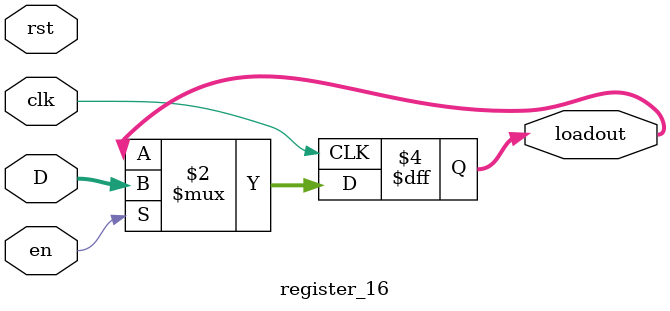
<source format=v>
`timescale 1ns / 1ps
module register_16(
    input [15:0] D,
    input en,
    input clk, rst,
    output reg [15:0] loadout
);

always @ (posedge(clk)) begin
    if (en) loadout <= D;
end
endmodule

</source>
